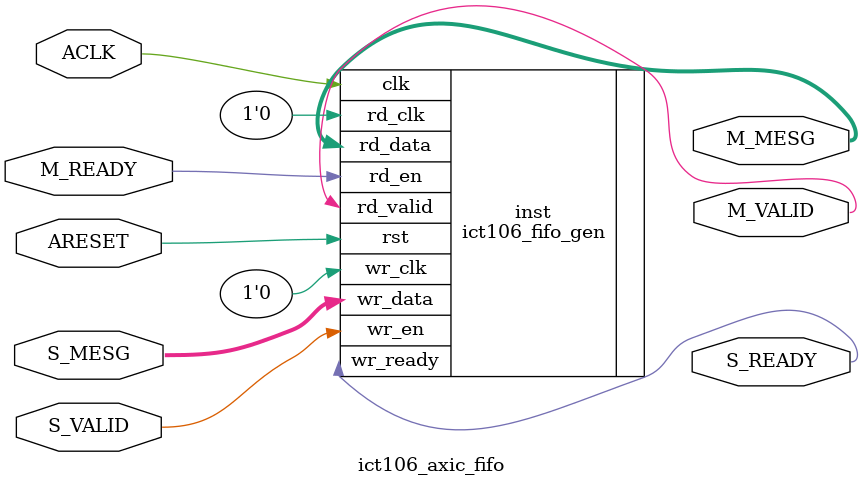
<source format=v>
`timescale 1ps/1ps


module ict106_axic_fifo #
  (
   parameter         C_FAMILY          = "virtex6",
   parameter integer C_FIFO_DEPTH_LOG  = 5,      // FIFO depth = 2**C_FIFO_DEPTH_LOG
                                                 // Range = [5:9] when TYPE="lut",
                                                 // Range = [5:12] when TYPE="bram",
   parameter integer C_FIFO_WIDTH      = 64,     // Width of payload [1:512]
   parameter         C_FIFO_TYPE       = "lut"   // "lut" = LUT (SRL) based,
                                                 // "bram" = BRAM based
   )
  (
   // Global inputs
   input  wire                        ACLK,    // Clock
   input  wire                        ARESET,  // Reset
   // Slave  Port
   input  wire [C_FIFO_WIDTH-1:0]     S_MESG,  // Payload (may be any set of channel signals)
   input  wire                        S_VALID, // FIFO push
   output wire                        S_READY, // FIFO not full
   // Master  Port
   output wire [C_FIFO_WIDTH-1:0]     M_MESG,  // Payload
   output wire                        M_VALID, // FIFO not empty
   input  wire                        M_READY  // FIFO pop
   );

  ict106_fifo_gen #(
     .C_FAMILY(C_FAMILY),
     .C_COMMON_CLOCK(1),
     .C_FIFO_DEPTH_LOG(C_FIFO_DEPTH_LOG),
     .C_FIFO_WIDTH(C_FIFO_WIDTH),
     .C_FIFO_TYPE(C_FIFO_TYPE))
   inst (
     .clk(ACLK),
     .rst(ARESET),
     .wr_clk(1'b0),
     .wr_en(S_VALID),
     .wr_ready(S_READY),
     .wr_data(S_MESG),
     .rd_clk(1'b0),
     .rd_en(M_READY),
     .rd_valid(M_VALID),
     .rd_data(M_MESG));

endmodule

</source>
